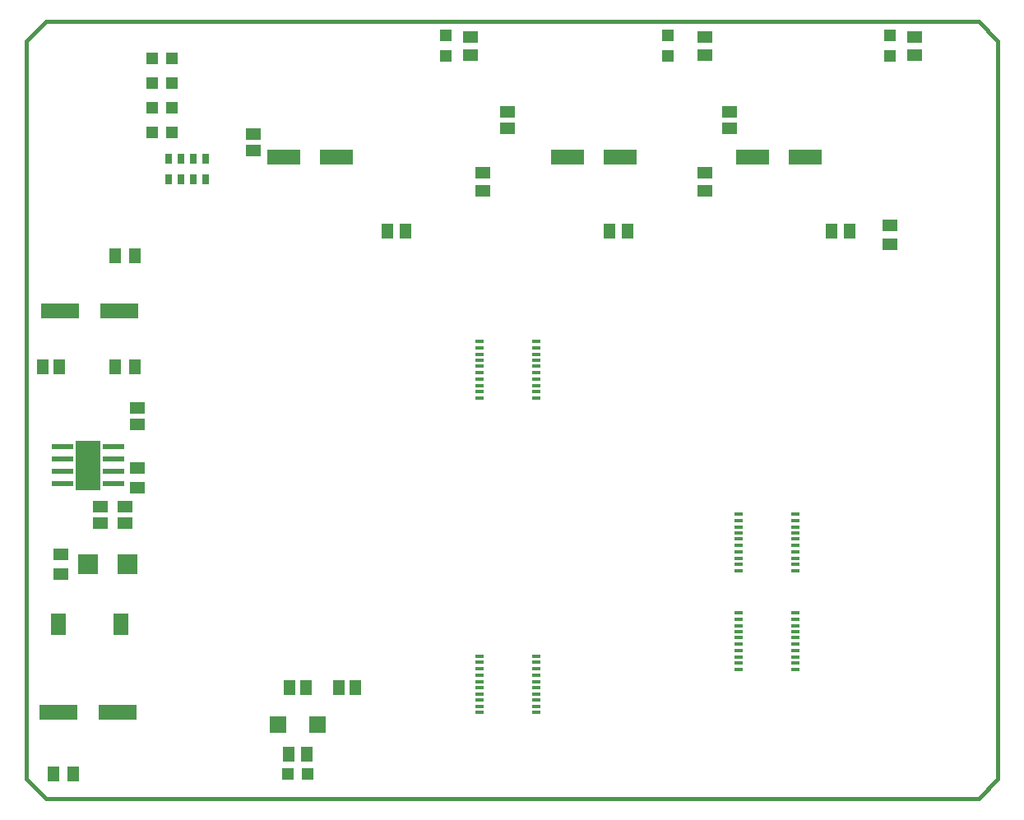
<source format=gtp>
G75*
%MOIN*%
%OFA0B0*%
%FSLAX25Y25*%
%IPPOS*%
%LPD*%
%AMOC8*
5,1,8,0,0,1.08239X$1,22.5*
%
%ADD10C,0.01600*%
%ADD11R,0.04724X0.04724*%
%ADD12R,0.05118X0.05906*%
%ADD13R,0.05906X0.05118*%
%ADD14R,0.13780X0.06299*%
%ADD15R,0.02953X0.04331*%
%ADD16R,0.08661X0.02362*%
%ADD17R,0.10000X0.20000*%
%ADD18R,0.06299X0.05118*%
%ADD19R,0.05118X0.06299*%
%ADD20R,0.15748X0.06299*%
%ADD21R,0.06299X0.08661*%
%ADD22R,0.03543X0.01378*%
%ADD23R,0.07087X0.06693*%
%ADD24R,0.07874X0.07874*%
D10*
X0015300Y0009674D02*
X0023174Y0001800D01*
X0401127Y0001800D01*
X0409001Y0009674D01*
X0409001Y0308887D01*
X0401127Y0316761D01*
X0023174Y0316761D01*
X0015300Y0308887D01*
X0015300Y0308800D02*
X0015300Y0009800D01*
D11*
X0121166Y0011800D03*
X0129434Y0011800D03*
X0074434Y0271800D03*
X0066166Y0271800D03*
X0066166Y0281800D03*
X0074434Y0281800D03*
X0074434Y0291800D03*
X0066166Y0291800D03*
X0066166Y0301800D03*
X0074434Y0301800D03*
X0185300Y0302666D03*
X0185300Y0310934D03*
X0275300Y0310934D03*
X0275300Y0302666D03*
X0365300Y0302666D03*
X0365300Y0310934D03*
D12*
X0349040Y0231800D03*
X0341560Y0231800D03*
X0259040Y0231800D03*
X0251560Y0231800D03*
X0169040Y0231800D03*
X0161560Y0231800D03*
X0028646Y0176800D03*
X0021954Y0176800D03*
X0121954Y0046800D03*
X0128646Y0046800D03*
X0141954Y0046800D03*
X0148646Y0046800D03*
X0129040Y0019800D03*
X0121560Y0019800D03*
D13*
X0055300Y0113454D03*
X0055300Y0120146D03*
X0045300Y0120146D03*
X0045300Y0113454D03*
X0060300Y0153454D03*
X0060300Y0160146D03*
X0107300Y0264454D03*
X0107300Y0271146D03*
X0195300Y0303060D03*
X0195300Y0310540D03*
X0210300Y0280146D03*
X0210300Y0273454D03*
X0200300Y0255540D03*
X0200300Y0248060D03*
X0290300Y0248060D03*
X0290300Y0255540D03*
X0300300Y0273454D03*
X0300300Y0280146D03*
X0290300Y0303060D03*
X0290300Y0310540D03*
X0375300Y0310540D03*
X0375300Y0303060D03*
X0365300Y0234040D03*
X0365300Y0226560D03*
D14*
X0330930Y0261800D03*
X0309670Y0261800D03*
X0255930Y0261800D03*
X0234670Y0261800D03*
X0140930Y0261800D03*
X0119670Y0261800D03*
D15*
X0087800Y0261013D03*
X0082800Y0261013D03*
X0077800Y0261013D03*
X0072800Y0261013D03*
X0072800Y0252587D03*
X0077800Y0252587D03*
X0082800Y0252587D03*
X0087800Y0252587D03*
D16*
X0050536Y0144300D03*
X0050536Y0139300D03*
X0050536Y0134300D03*
X0050536Y0129300D03*
X0030064Y0129300D03*
X0030064Y0134300D03*
X0030064Y0139300D03*
X0030064Y0144300D03*
D17*
X0040300Y0136800D03*
D18*
X0060300Y0135737D03*
X0060300Y0127863D03*
X0029300Y0100737D03*
X0029300Y0092863D03*
D19*
X0026363Y0011800D03*
X0034237Y0011800D03*
X0051363Y0176800D03*
X0059237Y0176800D03*
X0059237Y0221800D03*
X0051363Y0221800D03*
D20*
X0052820Y0199438D03*
X0028804Y0199438D03*
X0028292Y0036800D03*
X0052308Y0036800D03*
D21*
X0053489Y0072312D03*
X0028292Y0072312D03*
D22*
X0198784Y0059477D03*
X0198784Y0056918D03*
X0198784Y0054359D03*
X0198784Y0051800D03*
X0198784Y0049241D03*
X0198784Y0046682D03*
X0198784Y0044123D03*
X0198784Y0041741D03*
X0198784Y0039182D03*
X0198784Y0036623D03*
X0221816Y0036623D03*
X0221816Y0039182D03*
X0221816Y0041741D03*
X0221816Y0044123D03*
X0221816Y0046682D03*
X0221816Y0049241D03*
X0221816Y0051800D03*
X0221816Y0054359D03*
X0221816Y0056918D03*
X0221816Y0059477D03*
X0303784Y0059241D03*
X0303784Y0061800D03*
X0303784Y0064359D03*
X0303784Y0066918D03*
X0303784Y0069477D03*
X0303784Y0071859D03*
X0303784Y0074418D03*
X0303784Y0076977D03*
X0303784Y0094123D03*
X0303784Y0096682D03*
X0303784Y0099241D03*
X0303784Y0101800D03*
X0303784Y0104359D03*
X0303784Y0106918D03*
X0303784Y0109477D03*
X0303784Y0111859D03*
X0303784Y0114418D03*
X0303784Y0116977D03*
X0326816Y0116977D03*
X0326816Y0114418D03*
X0326816Y0111859D03*
X0326816Y0109477D03*
X0326816Y0106918D03*
X0326816Y0104359D03*
X0326816Y0101800D03*
X0326816Y0099241D03*
X0326816Y0096682D03*
X0326816Y0094123D03*
X0326816Y0076977D03*
X0326816Y0074418D03*
X0326816Y0071859D03*
X0326816Y0069477D03*
X0326816Y0066918D03*
X0326816Y0064359D03*
X0326816Y0061800D03*
X0326816Y0059241D03*
X0326816Y0056682D03*
X0326816Y0054123D03*
X0303784Y0054123D03*
X0303784Y0056682D03*
X0221816Y0164123D03*
X0221816Y0166682D03*
X0221816Y0169241D03*
X0221816Y0171800D03*
X0221816Y0174359D03*
X0221816Y0176918D03*
X0221816Y0179477D03*
X0221816Y0181859D03*
X0221816Y0184418D03*
X0221816Y0186977D03*
X0198784Y0186977D03*
X0198784Y0184418D03*
X0198784Y0181859D03*
X0198784Y0179477D03*
X0198784Y0176918D03*
X0198784Y0174359D03*
X0198784Y0171800D03*
X0198784Y0169241D03*
X0198784Y0166682D03*
X0198784Y0164123D03*
D23*
X0133371Y0031800D03*
X0117229Y0031800D03*
D24*
X0056174Y0096800D03*
X0040426Y0096800D03*
M02*

</source>
